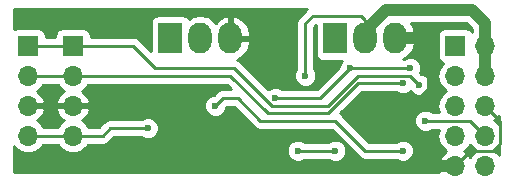
<source format=gbr>
G04 #@! TF.GenerationSoftware,KiCad,Pcbnew,(5.0.1)-4*
G04 #@! TF.CreationDate,2018-11-27T13:12:11-07:00*
G04 #@! TF.ProjectId,robot,726F626F742E6B696361645F70636200,rev?*
G04 #@! TF.SameCoordinates,Original*
G04 #@! TF.FileFunction,Copper,L1,Top,Signal*
G04 #@! TF.FilePolarity,Positive*
%FSLAX46Y46*%
G04 Gerber Fmt 4.6, Leading zero omitted, Abs format (unit mm)*
G04 Created by KiCad (PCBNEW (5.0.1)-4) date 11/27/2018 1:12:11 PM*
%MOMM*%
%LPD*%
G01*
G04 APERTURE LIST*
G04 #@! TA.AperFunction,ComponentPad*
%ADD10R,2.000000X2.600000*%
G04 #@! TD*
G04 #@! TA.AperFunction,ComponentPad*
%ADD11O,2.000000X2.600000*%
G04 #@! TD*
G04 #@! TA.AperFunction,ComponentPad*
%ADD12O,1.700000X1.700000*%
G04 #@! TD*
G04 #@! TA.AperFunction,ComponentPad*
%ADD13R,1.700000X1.700000*%
G04 #@! TD*
G04 #@! TA.AperFunction,ViaPad*
%ADD14C,0.600000*%
G04 #@! TD*
G04 #@! TA.AperFunction,Conductor*
%ADD15C,1.000000*%
G04 #@! TD*
G04 #@! TA.AperFunction,Conductor*
%ADD16C,0.250000*%
G04 #@! TD*
G04 #@! TA.AperFunction,Conductor*
%ADD17C,0.254000*%
G04 #@! TD*
G04 APERTURE END LIST*
D10*
G04 #@! TO.P,J6,1*
G04 #@! TO.N,DATA*
X160020000Y-59055000D03*
D11*
G04 #@! TO.P,J6,2*
G04 #@! TO.N,+5V*
X162560000Y-59055000D03*
G04 #@! TO.P,J6,3*
G04 #@! TO.N,GND*
X165100000Y-59055000D03*
G04 #@! TD*
D12*
G04 #@! TO.P,J2,10*
G04 #@! TO.N,RXI*
X172720000Y-69850000D03*
G04 #@! TO.P,J2,9*
G04 #@! TO.N,GND*
X170180000Y-69850000D03*
G04 #@! TO.P,J2,8*
G04 #@! TO.N,TXO*
X172720000Y-67310000D03*
G04 #@! TO.P,J2,7*
G04 #@! TO.N,DTR*
X170180000Y-67310000D03*
G04 #@! TO.P,J2,6*
G04 #@! TO.N,GND*
X172720000Y-64770000D03*
G04 #@! TO.P,J2,5*
G04 #@! TO.N,SCL*
X170180000Y-64770000D03*
G04 #@! TO.P,J2,4*
G04 #@! TO.N,+5V*
X172720000Y-62230000D03*
G04 #@! TO.P,J2,3*
G04 #@! TO.N,SDA*
X170180000Y-62230000D03*
G04 #@! TO.P,J2,2*
G04 #@! TO.N,+5V*
X172720000Y-59690000D03*
D13*
G04 #@! TO.P,J2,1*
G04 #@! TO.N,+3V3*
X170180000Y-59690000D03*
G04 #@! TD*
G04 #@! TO.P,J4,1*
G04 #@! TO.N,SCL*
X133985000Y-59690000D03*
D12*
G04 #@! TO.P,J4,2*
G04 #@! TO.N,SDA*
X133985000Y-62230000D03*
G04 #@! TO.P,J4,3*
G04 #@! TO.N,GND*
X133985000Y-64770000D03*
G04 #@! TO.P,J4,4*
G04 #@! TO.N,+3V3*
X133985000Y-67310000D03*
G04 #@! TD*
G04 #@! TO.P,J1,4*
G04 #@! TO.N,+3V3*
X137795000Y-67310000D03*
G04 #@! TO.P,J1,3*
G04 #@! TO.N,GND*
X137795000Y-64770000D03*
G04 #@! TO.P,J1,2*
G04 #@! TO.N,SDA*
X137795000Y-62230000D03*
D13*
G04 #@! TO.P,J1,1*
G04 #@! TO.N,SCL*
X137795000Y-59690000D03*
G04 #@! TD*
D11*
G04 #@! TO.P,J3,3*
G04 #@! TO.N,GND*
X151130000Y-59055000D03*
G04 #@! TO.P,J3,2*
G04 #@! TO.N,N/C*
X148590000Y-59055000D03*
D10*
G04 #@! TO.P,J3,1*
G04 #@! TO.N,DATA*
X146050000Y-59055000D03*
G04 #@! TD*
D14*
G04 #@! TO.N,GND*
X142875000Y-57785000D03*
X149225000Y-66675000D03*
X149860000Y-68580000D03*
X147320000Y-66040000D03*
G04 #@! TO.N,+5V*
X157480000Y-62230000D03*
G04 #@! TO.N,+3V3*
X161290000Y-61595000D03*
X154940000Y-64135000D03*
X144145000Y-66675000D03*
X166370000Y-61595000D03*
X166370000Y-61595000D03*
G04 #@! TO.N,RXI*
X149860000Y-64770000D03*
X165735000Y-68580000D03*
G04 #@! TO.N,TXO*
X167640000Y-66040000D03*
G04 #@! TO.N,DTR*
X160020000Y-68580000D03*
X156845000Y-68580000D03*
G04 #@! TO.N,SDA*
X165735000Y-62865000D03*
G04 #@! TO.N,SCL*
X167129442Y-62989442D03*
G04 #@! TD*
D15*
G04 #@! TO.N,GND*
X168910000Y-69850000D02*
X170180000Y-69850000D01*
X167100000Y-59055000D02*
X168275000Y-60230000D01*
X165100000Y-59055000D02*
X167100000Y-59055000D01*
X168275000Y-63500000D02*
X166370000Y-65405000D01*
X166370000Y-65405000D02*
X166370000Y-67310000D01*
X168275000Y-60230000D02*
X168275000Y-63500000D01*
X166370000Y-67310000D02*
X168910000Y-69850000D01*
D16*
X173990000Y-66040000D02*
X172720000Y-64770000D01*
X173990000Y-67945000D02*
X173990000Y-66040000D01*
X173355000Y-68580000D02*
X173990000Y-67945000D01*
X170180000Y-69850000D02*
X171450000Y-68580000D01*
X171450000Y-68580000D02*
X173355000Y-68580000D01*
D15*
G04 #@! TO.N,+5V*
X162560000Y-59055000D02*
X162560000Y-58420000D01*
X162560000Y-58420000D02*
X164324990Y-56655010D01*
X164324990Y-56655010D02*
X171590010Y-56655010D01*
X172720000Y-57785000D02*
X172720000Y-59690000D01*
X171590010Y-56655010D02*
X172720000Y-57785000D01*
X172720000Y-59690000D02*
X172720000Y-62230000D01*
D16*
X162560000Y-59055000D02*
X162560000Y-58755000D01*
X162560000Y-58755000D02*
X162560000Y-57785000D01*
X162560000Y-57505000D02*
X162205000Y-57150000D01*
X162560000Y-59055000D02*
X162560000Y-57505000D01*
X162205000Y-57150000D02*
X158115000Y-57150000D01*
X158115000Y-57150000D02*
X157480000Y-57785000D01*
X157480000Y-57785000D02*
X157480000Y-62230000D01*
G04 #@! TO.N,+3V3*
X166370000Y-61595000D02*
X161290000Y-61595000D01*
X161290000Y-61595000D02*
X158750000Y-64135000D01*
X158750000Y-64135000D02*
X154940000Y-64135000D01*
X144145000Y-66675000D02*
X140970000Y-66675000D01*
X140335000Y-67310000D02*
X137795000Y-67310000D01*
X140970000Y-66675000D02*
X140335000Y-67310000D01*
X137795000Y-67310000D02*
X133985000Y-67310000D01*
G04 #@! TO.N,RXI*
X162560000Y-68580000D02*
X160020000Y-66040000D01*
X160020000Y-66040000D02*
X153670000Y-66040000D01*
X153670000Y-66040000D02*
X151765000Y-64135000D01*
X151765000Y-64135000D02*
X150495000Y-64135000D01*
X150495000Y-64135000D02*
X149860000Y-64770000D01*
X165735000Y-68580000D02*
X162560000Y-68580000D01*
G04 #@! TO.N,TXO*
X172720000Y-67310000D02*
X171870001Y-66460001D01*
X171870001Y-66460001D02*
X171450000Y-66040000D01*
X171450000Y-66040000D02*
X167640000Y-66040000D01*
G04 #@! TO.N,DTR*
X160020000Y-68580000D02*
X156845000Y-68580000D01*
G04 #@! TO.N,SDA*
X137795000Y-62230000D02*
X133985000Y-62230000D01*
X137795000Y-62230000D02*
X151130000Y-62230000D01*
X151130000Y-62230000D02*
X154305000Y-65405000D01*
X159386410Y-65405000D02*
X161926410Y-62865000D01*
X154305000Y-65405000D02*
X159386410Y-65405000D01*
X161926410Y-62865000D02*
X165735000Y-62865000D01*
G04 #@! TO.N,SCL*
X166370000Y-62230000D02*
X161925000Y-62230000D01*
X161925000Y-62230000D02*
X159385000Y-64770000D01*
X154649998Y-64770000D02*
X151474998Y-61595000D01*
X159385000Y-64770000D02*
X154649998Y-64770000D01*
X151474998Y-61595000D02*
X144780000Y-61595000D01*
X142875000Y-59690000D02*
X137795000Y-59690000D01*
X144780000Y-61595000D02*
X142875000Y-59690000D01*
X137795000Y-59690000D02*
X133985000Y-59690000D01*
X166370000Y-62230000D02*
X167129442Y-62989442D01*
G04 #@! TD*
D17*
G04 #@! TO.N,GND*
G36*
X171585000Y-58255132D02*
X171585000Y-58527647D01*
X171487809Y-58382191D01*
X171277765Y-58241843D01*
X171030000Y-58192560D01*
X169330000Y-58192560D01*
X169082235Y-58241843D01*
X168872191Y-58382191D01*
X168731843Y-58592235D01*
X168682560Y-58840000D01*
X168682560Y-60540000D01*
X168731843Y-60787765D01*
X168872191Y-60997809D01*
X169082235Y-61138157D01*
X169127619Y-61147184D01*
X169109375Y-61159375D01*
X168781161Y-61650582D01*
X168665908Y-62230000D01*
X168781161Y-62809418D01*
X169109375Y-63300625D01*
X169407761Y-63500000D01*
X169109375Y-63699375D01*
X168781161Y-64190582D01*
X168665908Y-64770000D01*
X168767353Y-65280000D01*
X168202290Y-65280000D01*
X168169635Y-65247345D01*
X167825983Y-65105000D01*
X167454017Y-65105000D01*
X167110365Y-65247345D01*
X166847345Y-65510365D01*
X166705000Y-65854017D01*
X166705000Y-66225983D01*
X166847345Y-66569635D01*
X167110365Y-66832655D01*
X167454017Y-66975000D01*
X167825983Y-66975000D01*
X168169635Y-66832655D01*
X168202290Y-66800000D01*
X168767353Y-66800000D01*
X168665908Y-67310000D01*
X168781161Y-67889418D01*
X169109375Y-68380625D01*
X169428478Y-68593843D01*
X169298642Y-68654817D01*
X168908355Y-69083076D01*
X168738524Y-69493110D01*
X168859845Y-69723000D01*
X170053000Y-69723000D01*
X170053000Y-69703000D01*
X170307000Y-69703000D01*
X170307000Y-69723000D01*
X170327000Y-69723000D01*
X170327000Y-69977000D01*
X170307000Y-69977000D01*
X170307000Y-69997000D01*
X170053000Y-69997000D01*
X170053000Y-69977000D01*
X168859845Y-69977000D01*
X168738524Y-70206890D01*
X168822650Y-70410000D01*
X132790000Y-70410000D01*
X132790000Y-68194485D01*
X132914375Y-68380625D01*
X133405582Y-68708839D01*
X133838744Y-68795000D01*
X134131256Y-68795000D01*
X134564418Y-68708839D01*
X135055625Y-68380625D01*
X135263178Y-68070000D01*
X136516822Y-68070000D01*
X136724375Y-68380625D01*
X137215582Y-68708839D01*
X137648744Y-68795000D01*
X137941256Y-68795000D01*
X138374418Y-68708839D01*
X138845582Y-68394017D01*
X155910000Y-68394017D01*
X155910000Y-68765983D01*
X156052345Y-69109635D01*
X156315365Y-69372655D01*
X156659017Y-69515000D01*
X157030983Y-69515000D01*
X157374635Y-69372655D01*
X157407290Y-69340000D01*
X159457710Y-69340000D01*
X159490365Y-69372655D01*
X159834017Y-69515000D01*
X160205983Y-69515000D01*
X160549635Y-69372655D01*
X160812655Y-69109635D01*
X160955000Y-68765983D01*
X160955000Y-68394017D01*
X160812655Y-68050365D01*
X160549635Y-67787345D01*
X160205983Y-67645000D01*
X159834017Y-67645000D01*
X159490365Y-67787345D01*
X159457710Y-67820000D01*
X157407290Y-67820000D01*
X157374635Y-67787345D01*
X157030983Y-67645000D01*
X156659017Y-67645000D01*
X156315365Y-67787345D01*
X156052345Y-68050365D01*
X155910000Y-68394017D01*
X138845582Y-68394017D01*
X138865625Y-68380625D01*
X139073178Y-68070000D01*
X140260153Y-68070000D01*
X140335000Y-68084888D01*
X140409847Y-68070000D01*
X140409852Y-68070000D01*
X140631537Y-68025904D01*
X140882929Y-67857929D01*
X140925331Y-67794470D01*
X141284802Y-67435000D01*
X143582710Y-67435000D01*
X143615365Y-67467655D01*
X143959017Y-67610000D01*
X144330983Y-67610000D01*
X144674635Y-67467655D01*
X144937655Y-67204635D01*
X145080000Y-66860983D01*
X145080000Y-66489017D01*
X144937655Y-66145365D01*
X144674635Y-65882345D01*
X144330983Y-65740000D01*
X143959017Y-65740000D01*
X143615365Y-65882345D01*
X143582710Y-65915000D01*
X141044848Y-65915000D01*
X140970000Y-65900112D01*
X140895152Y-65915000D01*
X140895148Y-65915000D01*
X140673463Y-65959096D01*
X140422071Y-66127071D01*
X140379671Y-66190527D01*
X140020199Y-66550000D01*
X139073178Y-66550000D01*
X138865625Y-66239375D01*
X138546522Y-66026157D01*
X138676358Y-65965183D01*
X139066645Y-65536924D01*
X139236476Y-65126890D01*
X139115155Y-64897000D01*
X137922000Y-64897000D01*
X137922000Y-64917000D01*
X137668000Y-64917000D01*
X137668000Y-64897000D01*
X136474845Y-64897000D01*
X136353524Y-65126890D01*
X136523355Y-65536924D01*
X136913642Y-65965183D01*
X137043478Y-66026157D01*
X136724375Y-66239375D01*
X136516822Y-66550000D01*
X135263178Y-66550000D01*
X135055625Y-66239375D01*
X134736522Y-66026157D01*
X134866358Y-65965183D01*
X135256645Y-65536924D01*
X135426476Y-65126890D01*
X135305155Y-64897000D01*
X134112000Y-64897000D01*
X134112000Y-64917000D01*
X133858000Y-64917000D01*
X133858000Y-64897000D01*
X133838000Y-64897000D01*
X133838000Y-64643000D01*
X133858000Y-64643000D01*
X133858000Y-64623000D01*
X134112000Y-64623000D01*
X134112000Y-64643000D01*
X135305155Y-64643000D01*
X135426476Y-64413110D01*
X135256645Y-64003076D01*
X134866358Y-63574817D01*
X134736522Y-63513843D01*
X135055625Y-63300625D01*
X135263178Y-62990000D01*
X136516822Y-62990000D01*
X136724375Y-63300625D01*
X137043478Y-63513843D01*
X136913642Y-63574817D01*
X136523355Y-64003076D01*
X136353524Y-64413110D01*
X136474845Y-64643000D01*
X137668000Y-64643000D01*
X137668000Y-64623000D01*
X137922000Y-64623000D01*
X137922000Y-64643000D01*
X139115155Y-64643000D01*
X139236476Y-64413110D01*
X139066645Y-64003076D01*
X138676358Y-63574817D01*
X138546522Y-63513843D01*
X138865625Y-63300625D01*
X139073178Y-62990000D01*
X150815199Y-62990000D01*
X151200199Y-63375000D01*
X150569848Y-63375000D01*
X150495000Y-63360112D01*
X150420152Y-63375000D01*
X150420148Y-63375000D01*
X150198463Y-63419096D01*
X149947071Y-63587071D01*
X149904671Y-63650527D01*
X149720198Y-63835000D01*
X149674017Y-63835000D01*
X149330365Y-63977345D01*
X149067345Y-64240365D01*
X148925000Y-64584017D01*
X148925000Y-64955983D01*
X149067345Y-65299635D01*
X149330365Y-65562655D01*
X149674017Y-65705000D01*
X150045983Y-65705000D01*
X150389635Y-65562655D01*
X150652655Y-65299635D01*
X150795000Y-64955983D01*
X150795000Y-64909802D01*
X150809802Y-64895000D01*
X151450199Y-64895000D01*
X153079670Y-66524472D01*
X153122071Y-66587929D01*
X153185527Y-66630329D01*
X153373462Y-66755904D01*
X153421605Y-66765480D01*
X153595148Y-66800000D01*
X153595152Y-66800000D01*
X153670000Y-66814888D01*
X153744848Y-66800000D01*
X159705199Y-66800000D01*
X161969673Y-69064476D01*
X162012071Y-69127929D01*
X162075524Y-69170327D01*
X162075526Y-69170329D01*
X162200902Y-69254102D01*
X162263463Y-69295904D01*
X162485148Y-69340000D01*
X162485152Y-69340000D01*
X162559999Y-69354888D01*
X162634846Y-69340000D01*
X165172710Y-69340000D01*
X165205365Y-69372655D01*
X165549017Y-69515000D01*
X165920983Y-69515000D01*
X166264635Y-69372655D01*
X166527655Y-69109635D01*
X166670000Y-68765983D01*
X166670000Y-68394017D01*
X166527655Y-68050365D01*
X166264635Y-67787345D01*
X165920983Y-67645000D01*
X165549017Y-67645000D01*
X165205365Y-67787345D01*
X165172710Y-67820000D01*
X162874803Y-67820000D01*
X160610331Y-65555530D01*
X160567929Y-65492071D01*
X160451761Y-65414450D01*
X162241213Y-63625000D01*
X165172710Y-63625000D01*
X165205365Y-63657655D01*
X165549017Y-63800000D01*
X165920983Y-63800000D01*
X166264635Y-63657655D01*
X166370000Y-63552290D01*
X166599807Y-63782097D01*
X166943459Y-63924442D01*
X167315425Y-63924442D01*
X167659077Y-63782097D01*
X167922097Y-63519077D01*
X168064442Y-63175425D01*
X168064442Y-62803459D01*
X167922097Y-62459807D01*
X167659077Y-62196787D01*
X167315425Y-62054442D01*
X167269243Y-62054442D01*
X167214433Y-61999632D01*
X167305000Y-61780983D01*
X167305000Y-61409017D01*
X167162655Y-61065365D01*
X166899635Y-60802345D01*
X166555983Y-60660000D01*
X166184017Y-60660000D01*
X165840365Y-60802345D01*
X165807710Y-60835000D01*
X165749339Y-60835000D01*
X166166317Y-60600922D01*
X166561942Y-60098020D01*
X166735000Y-59482000D01*
X166735000Y-59182000D01*
X165227000Y-59182000D01*
X165227000Y-59202000D01*
X164973000Y-59202000D01*
X164973000Y-59182000D01*
X164953000Y-59182000D01*
X164953000Y-58928000D01*
X164973000Y-58928000D01*
X164973000Y-58908000D01*
X165227000Y-58908000D01*
X165227000Y-58928000D01*
X166735000Y-58928000D01*
X166735000Y-58628000D01*
X166561942Y-58011980D01*
X166387322Y-57790010D01*
X171119879Y-57790010D01*
X171585000Y-58255132D01*
X171585000Y-58255132D01*
G37*
X171585000Y-58255132D02*
X171585000Y-58527647D01*
X171487809Y-58382191D01*
X171277765Y-58241843D01*
X171030000Y-58192560D01*
X169330000Y-58192560D01*
X169082235Y-58241843D01*
X168872191Y-58382191D01*
X168731843Y-58592235D01*
X168682560Y-58840000D01*
X168682560Y-60540000D01*
X168731843Y-60787765D01*
X168872191Y-60997809D01*
X169082235Y-61138157D01*
X169127619Y-61147184D01*
X169109375Y-61159375D01*
X168781161Y-61650582D01*
X168665908Y-62230000D01*
X168781161Y-62809418D01*
X169109375Y-63300625D01*
X169407761Y-63500000D01*
X169109375Y-63699375D01*
X168781161Y-64190582D01*
X168665908Y-64770000D01*
X168767353Y-65280000D01*
X168202290Y-65280000D01*
X168169635Y-65247345D01*
X167825983Y-65105000D01*
X167454017Y-65105000D01*
X167110365Y-65247345D01*
X166847345Y-65510365D01*
X166705000Y-65854017D01*
X166705000Y-66225983D01*
X166847345Y-66569635D01*
X167110365Y-66832655D01*
X167454017Y-66975000D01*
X167825983Y-66975000D01*
X168169635Y-66832655D01*
X168202290Y-66800000D01*
X168767353Y-66800000D01*
X168665908Y-67310000D01*
X168781161Y-67889418D01*
X169109375Y-68380625D01*
X169428478Y-68593843D01*
X169298642Y-68654817D01*
X168908355Y-69083076D01*
X168738524Y-69493110D01*
X168859845Y-69723000D01*
X170053000Y-69723000D01*
X170053000Y-69703000D01*
X170307000Y-69703000D01*
X170307000Y-69723000D01*
X170327000Y-69723000D01*
X170327000Y-69977000D01*
X170307000Y-69977000D01*
X170307000Y-69997000D01*
X170053000Y-69997000D01*
X170053000Y-69977000D01*
X168859845Y-69977000D01*
X168738524Y-70206890D01*
X168822650Y-70410000D01*
X132790000Y-70410000D01*
X132790000Y-68194485D01*
X132914375Y-68380625D01*
X133405582Y-68708839D01*
X133838744Y-68795000D01*
X134131256Y-68795000D01*
X134564418Y-68708839D01*
X135055625Y-68380625D01*
X135263178Y-68070000D01*
X136516822Y-68070000D01*
X136724375Y-68380625D01*
X137215582Y-68708839D01*
X137648744Y-68795000D01*
X137941256Y-68795000D01*
X138374418Y-68708839D01*
X138845582Y-68394017D01*
X155910000Y-68394017D01*
X155910000Y-68765983D01*
X156052345Y-69109635D01*
X156315365Y-69372655D01*
X156659017Y-69515000D01*
X157030983Y-69515000D01*
X157374635Y-69372655D01*
X157407290Y-69340000D01*
X159457710Y-69340000D01*
X159490365Y-69372655D01*
X159834017Y-69515000D01*
X160205983Y-69515000D01*
X160549635Y-69372655D01*
X160812655Y-69109635D01*
X160955000Y-68765983D01*
X160955000Y-68394017D01*
X160812655Y-68050365D01*
X160549635Y-67787345D01*
X160205983Y-67645000D01*
X159834017Y-67645000D01*
X159490365Y-67787345D01*
X159457710Y-67820000D01*
X157407290Y-67820000D01*
X157374635Y-67787345D01*
X157030983Y-67645000D01*
X156659017Y-67645000D01*
X156315365Y-67787345D01*
X156052345Y-68050365D01*
X155910000Y-68394017D01*
X138845582Y-68394017D01*
X138865625Y-68380625D01*
X139073178Y-68070000D01*
X140260153Y-68070000D01*
X140335000Y-68084888D01*
X140409847Y-68070000D01*
X140409852Y-68070000D01*
X140631537Y-68025904D01*
X140882929Y-67857929D01*
X140925331Y-67794470D01*
X141284802Y-67435000D01*
X143582710Y-67435000D01*
X143615365Y-67467655D01*
X143959017Y-67610000D01*
X144330983Y-67610000D01*
X144674635Y-67467655D01*
X144937655Y-67204635D01*
X145080000Y-66860983D01*
X145080000Y-66489017D01*
X144937655Y-66145365D01*
X144674635Y-65882345D01*
X144330983Y-65740000D01*
X143959017Y-65740000D01*
X143615365Y-65882345D01*
X143582710Y-65915000D01*
X141044848Y-65915000D01*
X140970000Y-65900112D01*
X140895152Y-65915000D01*
X140895148Y-65915000D01*
X140673463Y-65959096D01*
X140422071Y-66127071D01*
X140379671Y-66190527D01*
X140020199Y-66550000D01*
X139073178Y-66550000D01*
X138865625Y-66239375D01*
X138546522Y-66026157D01*
X138676358Y-65965183D01*
X139066645Y-65536924D01*
X139236476Y-65126890D01*
X139115155Y-64897000D01*
X137922000Y-64897000D01*
X137922000Y-64917000D01*
X137668000Y-64917000D01*
X137668000Y-64897000D01*
X136474845Y-64897000D01*
X136353524Y-65126890D01*
X136523355Y-65536924D01*
X136913642Y-65965183D01*
X137043478Y-66026157D01*
X136724375Y-66239375D01*
X136516822Y-66550000D01*
X135263178Y-66550000D01*
X135055625Y-66239375D01*
X134736522Y-66026157D01*
X134866358Y-65965183D01*
X135256645Y-65536924D01*
X135426476Y-65126890D01*
X135305155Y-64897000D01*
X134112000Y-64897000D01*
X134112000Y-64917000D01*
X133858000Y-64917000D01*
X133858000Y-64897000D01*
X133838000Y-64897000D01*
X133838000Y-64643000D01*
X133858000Y-64643000D01*
X133858000Y-64623000D01*
X134112000Y-64623000D01*
X134112000Y-64643000D01*
X135305155Y-64643000D01*
X135426476Y-64413110D01*
X135256645Y-64003076D01*
X134866358Y-63574817D01*
X134736522Y-63513843D01*
X135055625Y-63300625D01*
X135263178Y-62990000D01*
X136516822Y-62990000D01*
X136724375Y-63300625D01*
X137043478Y-63513843D01*
X136913642Y-63574817D01*
X136523355Y-64003076D01*
X136353524Y-64413110D01*
X136474845Y-64643000D01*
X137668000Y-64643000D01*
X137668000Y-64623000D01*
X137922000Y-64623000D01*
X137922000Y-64643000D01*
X139115155Y-64643000D01*
X139236476Y-64413110D01*
X139066645Y-64003076D01*
X138676358Y-63574817D01*
X138546522Y-63513843D01*
X138865625Y-63300625D01*
X139073178Y-62990000D01*
X150815199Y-62990000D01*
X151200199Y-63375000D01*
X150569848Y-63375000D01*
X150495000Y-63360112D01*
X150420152Y-63375000D01*
X150420148Y-63375000D01*
X150198463Y-63419096D01*
X149947071Y-63587071D01*
X149904671Y-63650527D01*
X149720198Y-63835000D01*
X149674017Y-63835000D01*
X149330365Y-63977345D01*
X149067345Y-64240365D01*
X148925000Y-64584017D01*
X148925000Y-64955983D01*
X149067345Y-65299635D01*
X149330365Y-65562655D01*
X149674017Y-65705000D01*
X150045983Y-65705000D01*
X150389635Y-65562655D01*
X150652655Y-65299635D01*
X150795000Y-64955983D01*
X150795000Y-64909802D01*
X150809802Y-64895000D01*
X151450199Y-64895000D01*
X153079670Y-66524472D01*
X153122071Y-66587929D01*
X153185527Y-66630329D01*
X153373462Y-66755904D01*
X153421605Y-66765480D01*
X153595148Y-66800000D01*
X153595152Y-66800000D01*
X153670000Y-66814888D01*
X153744848Y-66800000D01*
X159705199Y-66800000D01*
X161969673Y-69064476D01*
X162012071Y-69127929D01*
X162075524Y-69170327D01*
X162075526Y-69170329D01*
X162200902Y-69254102D01*
X162263463Y-69295904D01*
X162485148Y-69340000D01*
X162485152Y-69340000D01*
X162559999Y-69354888D01*
X162634846Y-69340000D01*
X165172710Y-69340000D01*
X165205365Y-69372655D01*
X165549017Y-69515000D01*
X165920983Y-69515000D01*
X166264635Y-69372655D01*
X166527655Y-69109635D01*
X166670000Y-68765983D01*
X166670000Y-68394017D01*
X166527655Y-68050365D01*
X166264635Y-67787345D01*
X165920983Y-67645000D01*
X165549017Y-67645000D01*
X165205365Y-67787345D01*
X165172710Y-67820000D01*
X162874803Y-67820000D01*
X160610331Y-65555530D01*
X160567929Y-65492071D01*
X160451761Y-65414450D01*
X162241213Y-63625000D01*
X165172710Y-63625000D01*
X165205365Y-63657655D01*
X165549017Y-63800000D01*
X165920983Y-63800000D01*
X166264635Y-63657655D01*
X166370000Y-63552290D01*
X166599807Y-63782097D01*
X166943459Y-63924442D01*
X167315425Y-63924442D01*
X167659077Y-63782097D01*
X167922097Y-63519077D01*
X168064442Y-63175425D01*
X168064442Y-62803459D01*
X167922097Y-62459807D01*
X167659077Y-62196787D01*
X167315425Y-62054442D01*
X167269243Y-62054442D01*
X167214433Y-61999632D01*
X167305000Y-61780983D01*
X167305000Y-61409017D01*
X167162655Y-61065365D01*
X166899635Y-60802345D01*
X166555983Y-60660000D01*
X166184017Y-60660000D01*
X165840365Y-60802345D01*
X165807710Y-60835000D01*
X165749339Y-60835000D01*
X166166317Y-60600922D01*
X166561942Y-60098020D01*
X166735000Y-59482000D01*
X166735000Y-59182000D01*
X165227000Y-59182000D01*
X165227000Y-59202000D01*
X164973000Y-59202000D01*
X164973000Y-59182000D01*
X164953000Y-59182000D01*
X164953000Y-58928000D01*
X164973000Y-58928000D01*
X164973000Y-58908000D01*
X165227000Y-58908000D01*
X165227000Y-58928000D01*
X166735000Y-58928000D01*
X166735000Y-58628000D01*
X166561942Y-58011980D01*
X166387322Y-57790010D01*
X171119879Y-57790010D01*
X171585000Y-58255132D01*
G36*
X171649375Y-68380625D02*
X171947761Y-68580000D01*
X171649375Y-68779375D01*
X171448647Y-69079786D01*
X171061358Y-68654817D01*
X170931522Y-68593843D01*
X171250625Y-68380625D01*
X171450000Y-68082239D01*
X171649375Y-68380625D01*
X171649375Y-68380625D01*
G37*
X171649375Y-68380625D02*
X171947761Y-68580000D01*
X171649375Y-68779375D01*
X171448647Y-69079786D01*
X171061358Y-68654817D01*
X170931522Y-68593843D01*
X171250625Y-68380625D01*
X171450000Y-68082239D01*
X171649375Y-68380625D01*
G36*
X173915001Y-68965517D02*
X173790625Y-68779375D01*
X173492239Y-68580000D01*
X173790625Y-68380625D01*
X173915001Y-68194483D01*
X173915001Y-68965517D01*
X173915001Y-68965517D01*
G37*
X173915001Y-68965517D02*
X173790625Y-68779375D01*
X173492239Y-68580000D01*
X173790625Y-68380625D01*
X173915001Y-68194483D01*
X173915001Y-68965517D01*
G36*
X173915001Y-66425516D02*
X173790625Y-66239375D01*
X173471522Y-66026157D01*
X173601358Y-65965183D01*
X173915001Y-65621025D01*
X173915001Y-66425516D01*
X173915001Y-66425516D01*
G37*
X173915001Y-66425516D02*
X173790625Y-66239375D01*
X173471522Y-66026157D01*
X173601358Y-65965183D01*
X173915001Y-65621025D01*
X173915001Y-66425516D01*
G36*
X172847000Y-64643000D02*
X172867000Y-64643000D01*
X172867000Y-64897000D01*
X172847000Y-64897000D01*
X172847000Y-64917000D01*
X172593000Y-64917000D01*
X172593000Y-64897000D01*
X172573000Y-64897000D01*
X172573000Y-64643000D01*
X172593000Y-64643000D01*
X172593000Y-64623000D01*
X172847000Y-64623000D01*
X172847000Y-64643000D01*
X172847000Y-64643000D01*
G37*
X172847000Y-64643000D02*
X172867000Y-64643000D01*
X172867000Y-64897000D01*
X172847000Y-64897000D01*
X172847000Y-64917000D01*
X172593000Y-64917000D01*
X172593000Y-64897000D01*
X172573000Y-64897000D01*
X172573000Y-64643000D01*
X172593000Y-64643000D01*
X172593000Y-64623000D01*
X172847000Y-64623000D01*
X172847000Y-64643000D01*
G36*
X157567071Y-56602071D02*
X157524671Y-56665527D01*
X156995530Y-57194669D01*
X156932071Y-57237071D01*
X156764096Y-57488464D01*
X156720000Y-57710149D01*
X156720000Y-57710153D01*
X156705112Y-57785000D01*
X156720000Y-57859847D01*
X156720001Y-61667709D01*
X156687345Y-61700365D01*
X156545000Y-62044017D01*
X156545000Y-62415983D01*
X156687345Y-62759635D01*
X156950365Y-63022655D01*
X157294017Y-63165000D01*
X157665983Y-63165000D01*
X158009635Y-63022655D01*
X158272655Y-62759635D01*
X158415000Y-62415983D01*
X158415000Y-62044017D01*
X158272655Y-61700365D01*
X158240000Y-61667710D01*
X158240000Y-58099801D01*
X158372560Y-57967242D01*
X158372560Y-60355000D01*
X158421843Y-60602765D01*
X158562191Y-60812809D01*
X158772235Y-60953157D01*
X159020000Y-61002440D01*
X160560270Y-61002440D01*
X160497345Y-61065365D01*
X160355000Y-61409017D01*
X160355000Y-61455197D01*
X158435199Y-63375000D01*
X155502290Y-63375000D01*
X155469635Y-63342345D01*
X155125983Y-63200000D01*
X154754017Y-63200000D01*
X154410365Y-63342345D01*
X154353755Y-63398955D01*
X152065329Y-61110530D01*
X152022927Y-61047071D01*
X151771535Y-60879096D01*
X151719298Y-60868705D01*
X152196317Y-60600922D01*
X152591942Y-60098020D01*
X152765000Y-59482000D01*
X152765000Y-59182000D01*
X151257000Y-59182000D01*
X151257000Y-59202000D01*
X151003000Y-59202000D01*
X151003000Y-59182000D01*
X150983000Y-59182000D01*
X150983000Y-58928000D01*
X151003000Y-58928000D01*
X151003000Y-57284223D01*
X151257000Y-57284223D01*
X151257000Y-58928000D01*
X152765000Y-58928000D01*
X152765000Y-58628000D01*
X152591942Y-58011980D01*
X152196317Y-57509078D01*
X151638355Y-57195856D01*
X151510434Y-57164876D01*
X151257000Y-57284223D01*
X151003000Y-57284223D01*
X150749566Y-57164876D01*
X150621645Y-57195856D01*
X150063683Y-57509078D01*
X149879952Y-57742629D01*
X149768769Y-57576231D01*
X149227944Y-57214864D01*
X148590000Y-57087969D01*
X147952055Y-57214864D01*
X147606900Y-57445489D01*
X147507809Y-57297191D01*
X147297765Y-57156843D01*
X147050000Y-57107560D01*
X145050000Y-57107560D01*
X144802235Y-57156843D01*
X144592191Y-57297191D01*
X144451843Y-57507235D01*
X144402560Y-57755000D01*
X144402560Y-60142758D01*
X143465331Y-59205530D01*
X143422929Y-59142071D01*
X143171537Y-58974096D01*
X142949852Y-58930000D01*
X142949847Y-58930000D01*
X142875000Y-58915112D01*
X142800153Y-58930000D01*
X139292440Y-58930000D01*
X139292440Y-58840000D01*
X139243157Y-58592235D01*
X139102809Y-58382191D01*
X138892765Y-58241843D01*
X138645000Y-58192560D01*
X136945000Y-58192560D01*
X136697235Y-58241843D01*
X136487191Y-58382191D01*
X136346843Y-58592235D01*
X136297560Y-58840000D01*
X136297560Y-58930000D01*
X135482440Y-58930000D01*
X135482440Y-58840000D01*
X135433157Y-58592235D01*
X135292809Y-58382191D01*
X135082765Y-58241843D01*
X134835000Y-58192560D01*
X133135000Y-58192560D01*
X132887235Y-58241843D01*
X132790000Y-58306814D01*
X132790000Y-57983071D01*
X132815000Y-57857388D01*
X132815000Y-56590000D01*
X157585137Y-56590000D01*
X157567071Y-56602071D01*
X157567071Y-56602071D01*
G37*
X157567071Y-56602071D02*
X157524671Y-56665527D01*
X156995530Y-57194669D01*
X156932071Y-57237071D01*
X156764096Y-57488464D01*
X156720000Y-57710149D01*
X156720000Y-57710153D01*
X156705112Y-57785000D01*
X156720000Y-57859847D01*
X156720001Y-61667709D01*
X156687345Y-61700365D01*
X156545000Y-62044017D01*
X156545000Y-62415983D01*
X156687345Y-62759635D01*
X156950365Y-63022655D01*
X157294017Y-63165000D01*
X157665983Y-63165000D01*
X158009635Y-63022655D01*
X158272655Y-62759635D01*
X158415000Y-62415983D01*
X158415000Y-62044017D01*
X158272655Y-61700365D01*
X158240000Y-61667710D01*
X158240000Y-58099801D01*
X158372560Y-57967242D01*
X158372560Y-60355000D01*
X158421843Y-60602765D01*
X158562191Y-60812809D01*
X158772235Y-60953157D01*
X159020000Y-61002440D01*
X160560270Y-61002440D01*
X160497345Y-61065365D01*
X160355000Y-61409017D01*
X160355000Y-61455197D01*
X158435199Y-63375000D01*
X155502290Y-63375000D01*
X155469635Y-63342345D01*
X155125983Y-63200000D01*
X154754017Y-63200000D01*
X154410365Y-63342345D01*
X154353755Y-63398955D01*
X152065329Y-61110530D01*
X152022927Y-61047071D01*
X151771535Y-60879096D01*
X151719298Y-60868705D01*
X152196317Y-60600922D01*
X152591942Y-60098020D01*
X152765000Y-59482000D01*
X152765000Y-59182000D01*
X151257000Y-59182000D01*
X151257000Y-59202000D01*
X151003000Y-59202000D01*
X151003000Y-59182000D01*
X150983000Y-59182000D01*
X150983000Y-58928000D01*
X151003000Y-58928000D01*
X151003000Y-57284223D01*
X151257000Y-57284223D01*
X151257000Y-58928000D01*
X152765000Y-58928000D01*
X152765000Y-58628000D01*
X152591942Y-58011980D01*
X152196317Y-57509078D01*
X151638355Y-57195856D01*
X151510434Y-57164876D01*
X151257000Y-57284223D01*
X151003000Y-57284223D01*
X150749566Y-57164876D01*
X150621645Y-57195856D01*
X150063683Y-57509078D01*
X149879952Y-57742629D01*
X149768769Y-57576231D01*
X149227944Y-57214864D01*
X148590000Y-57087969D01*
X147952055Y-57214864D01*
X147606900Y-57445489D01*
X147507809Y-57297191D01*
X147297765Y-57156843D01*
X147050000Y-57107560D01*
X145050000Y-57107560D01*
X144802235Y-57156843D01*
X144592191Y-57297191D01*
X144451843Y-57507235D01*
X144402560Y-57755000D01*
X144402560Y-60142758D01*
X143465331Y-59205530D01*
X143422929Y-59142071D01*
X143171537Y-58974096D01*
X142949852Y-58930000D01*
X142949847Y-58930000D01*
X142875000Y-58915112D01*
X142800153Y-58930000D01*
X139292440Y-58930000D01*
X139292440Y-58840000D01*
X139243157Y-58592235D01*
X139102809Y-58382191D01*
X138892765Y-58241843D01*
X138645000Y-58192560D01*
X136945000Y-58192560D01*
X136697235Y-58241843D01*
X136487191Y-58382191D01*
X136346843Y-58592235D01*
X136297560Y-58840000D01*
X136297560Y-58930000D01*
X135482440Y-58930000D01*
X135482440Y-58840000D01*
X135433157Y-58592235D01*
X135292809Y-58382191D01*
X135082765Y-58241843D01*
X134835000Y-58192560D01*
X133135000Y-58192560D01*
X132887235Y-58241843D01*
X132790000Y-58306814D01*
X132790000Y-57983071D01*
X132815000Y-57857388D01*
X132815000Y-56590000D01*
X157585137Y-56590000D01*
X157567071Y-56602071D01*
G04 #@! TD*
M02*

</source>
